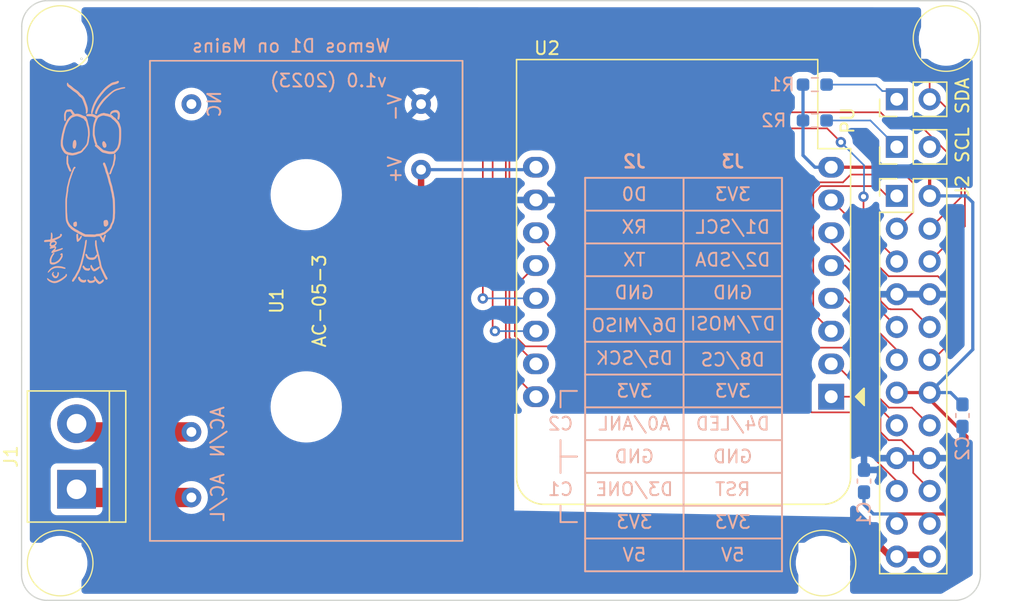
<source format=kicad_pcb>
(kicad_pcb (version 20211014) (generator pcbnew)
  (title_block (company "chof.org"))
  (layers (0 "F.Cu" signal) (31 "B.Cu" signal) (34 "B.Paste" user) (35 "F.Paste" user) (36 "B.SilkS" user "B.Silkscreen") (37 "F.SilkS" user "F.Silkscreen") (38 "B.Mask" user) (39 "F.Mask" user) (44 "Edge.Cuts" user))
  (net 0 "")
  (net 1 "Net-(J1-Pad1)")
  (net 2 "Net-(J1-Pad2)")
  (net 3 "GND")
  (net 4 "+5V")
  (net 6 "+3V3")
  (net 7 "D0_GPIO")
  (net 8 "D3_ONE")
  (net 9 "D5_SCK")
  (net 10 "D6_MISO")
  (net 11 "RST")
  (net 12 "D4_LED")
  (net 13 "D7_MOSI")
  (net 14 "D8_CS")
  (net 15 "D1_SCL")
  (net 16 "D2_SDA")
  (net 17 "RX")
  (net 18 "TX")
  (net 19 "Net-(J8-Pad1)")
  (net 20 "Net-(J9-Pad1)")
  (net 21 "A0_ANL")
  (footprint "MountingHole:MountingHole_3.2mm_M3-smallBorder" (layer "F.Cu") (at 138.43 74.93)
    (fp_text reference "H2" hide)
    (fp_text value "MountingHole" hide)
    (pad "" np_thru_hole circle (at 0 0) (size 3.2 3.2) (drill 3.2) (layers *.Cu *.Mask))
  )
  (footprint "Connector_PinHeader_2.54mm:PinHeader_1x02_P2.54mm_Vertical" (layer "F.Cu") (at 134.62 79.635 90)
    (fp_text reference "J8")
    (fp_text value "SDA PU" hide)
    (pad "1" thru_hole rect (at 0 0 90) (size 1.7 1.7) (drill 1) (layers *.Cu *.Mask) (net 19 "Net-(J8-Pad1)"))
    (pad "2" thru_hole oval (at 0 2.54 90) (size 1.7 1.7) (drill 1) (layers *.Cu *.Mask) (net 16 "D2_SDA"))
  )
  (footprint "Module:WEMOS_D1_mini_light" (layer "F.Cu") (at 129.54 102.68 180)
    (fp_text reference "U2" (at 22 27) (layer "F.SilkS"))
    (fp_text value "WeMos_D1_mini")
    (pad "1" thru_hole rect locked (at 0 0 180) (size 2 2) (drill 1) (layers *.Cu *.Mask) (net 11 "RST"))
    (pad "2" thru_hole oval locked (at 0 2.54 180) (size 2 1.6) (drill 1) (layers *.Cu *.Mask) (net 21 "A0_ANL"))
    (pad "3" thru_hole oval locked (at 0 5.08 180) (size 2 1.6) (drill 1) (layers *.Cu *.Mask) (net 7 "D0_GPIO"))
    (pad "4" thru_hole oval locked (at 0 7.62 180) (size 2 1.6) (drill 1) (layers *.Cu *.Mask) (net 9 "D5_SCK"))
    (pad "5" thru_hole oval locked (at 0 10.16 180) (size 2 1.6) (drill 1) (layers *.Cu *.Mask) (net 10 "D6_MISO"))
    (pad "6" thru_hole oval locked (at 0 12.7 180) (size 2 1.6) (drill 1) (layers *.Cu *.Mask) (net 13 "D7_MOSI"))
    (pad "7" thru_hole oval locked (at 0 15.24 180) (size 2 1.6) (drill 1) (layers *.Cu *.Mask) (net 14 "D8_CS"))
    (pad "8" thru_hole oval locked (at 0 17.78 180) (size 2 1.6) (drill 1) (layers *.Cu *.Mask) (net 6 "+3V3"))
    (pad "9" thru_hole oval locked (at 22.86 17.78 180) (size 2 1.6) (drill 1) (layers *.Cu *.Mask) (net 4 "+5V"))
    (pad "10" thru_hole oval locked (at 22.86 15.24 180) (size 2 1.6) (drill 1) (layers *.Cu *.Mask) (net 3 "GND"))
    (pad "11" thru_hole oval locked (at 22.86 12.7 180) (size 2 1.6) (drill 1) (layers *.Cu *.Mask) (net 12 "D4_LED"))
    (pad "12" thru_hole oval locked (at 22.86 10.16 180) (size 2 1.6) (drill 1) (layers *.Cu *.Mask) (net 8 "D3_ONE"))
    (pad "13" thru_hole oval locked (at 22.86 7.62 180) (size 2 1.6) (drill 1) (layers *.Cu *.Mask) (net 16 "D2_SDA"))
    (pad "14" thru_hole oval locked (at 22.86 5.08 180) (size 2 1.6) (drill 1) (layers *.Cu *.Mask) (net 15 "D1_SCL"))
    (pad "15" thru_hole oval locked (at 22.86 2.54 180) (size 2 1.6) (drill 1) (layers *.Cu *.Mask) (net 17 "RX"))
    (pad "16" thru_hole oval locked (at 22.86 0 180) (size 2 1.6) (drill 1) (layers *.Cu *.Mask) (net 18 "TX"))
  )
  (footprint "MountingHole:MountingHole_3.2mm_M3-smallBorder" (layer "F.Cu") (at 69.85 115.57)
    (fp_text reference "H4" hide)
    (fp_text value "MountingHole" hide)
    (pad "" np_thru_hole circle (at 0 0) (size 3.2 3.2) (drill 3.2) (layers *.Cu *.Mask))
  )
  (footprint "Connector_PinHeader_2.54mm:PinHeader_2x12_P2.54mm_Vertical" (layer "F.Cu") (at 134.62 87.122)
    (fp_text reference "J2" (at 5.08 -0.762 90) (layer "F.SilkS"))
    (fp_text value "Conn_02x12_Odd_Even")
    (pad "1" thru_hole rect (at 0 0) (size 1.7 1.7) (drill 1) (layers *.Cu *.Mask) (net 7 "D0_GPIO"))
    (pad "2" thru_hole oval (at 2.54 0) (size 1.7 1.7) (drill 1) (layers *.Cu *.Mask) (net 6 "+3V3"))
    (pad "3" thru_hole oval (at 0 2.54) (size 1.7 1.7) (drill 1) (layers *.Cu *.Mask) (net 17 "RX"))
    (pad "4" thru_hole oval (at 2.54 2.54) (size 1.7 1.7) (drill 1) (layers *.Cu *.Mask) (net 15 "D1_SCL"))
    (pad "5" thru_hole oval (at 0 5.08) (size 1.7 1.7) (drill 1) (layers *.Cu *.Mask) (net 18 "TX"))
    (pad "6" thru_hole oval (at 2.54 5.08) (size 1.7 1.7) (drill 1) (layers *.Cu *.Mask) (net 16 "D2_SDA"))
    (pad "7" thru_hole oval (at 0 7.62) (size 1.7 1.7) (drill 1) (layers *.Cu *.Mask) (net 3 "GND"))
    (pad "8" thru_hole oval (at 2.54 7.62) (size 1.7 1.7) (drill 1) (layers *.Cu *.Mask) (net 3 "GND"))
    (pad "9" thru_hole oval (at 0 10.16) (size 1.7 1.7) (drill 1) (layers *.Cu *.Mask) (net 10 "D6_MISO"))
    (pad "10" thru_hole oval (at 2.54 10.16) (size 1.7 1.7) (drill 1) (layers *.Cu *.Mask) (net 13 "D7_MOSI"))
    (pad "11" thru_hole oval (at 0 12.7) (size 1.7 1.7) (drill 1) (layers *.Cu *.Mask) (net 9 "D5_SCK"))
    (pad "12" thru_hole oval (at 2.54 12.7) (size 1.7 1.7) (drill 1) (layers *.Cu *.Mask) (net 14 "D8_CS"))
    (pad "13" thru_hole oval (at 0 15.24) (size 1.7 1.7) (drill 1) (layers *.Cu *.Mask) (net 6 "+3V3"))
    (pad "14" thru_hole oval (at 2.54 15.24) (size 1.7 1.7) (drill 1) (layers *.Cu *.Mask) (net 6 "+3V3"))
    (pad "15" thru_hole oval (at 0 17.78) (size 1.7 1.7) (drill 1) (layers *.Cu *.Mask) (net 21 "A0_ANL"))
    (pad "16" thru_hole oval (at 2.54 17.78) (size 1.7 1.7) (drill 1) (layers *.Cu *.Mask) (net 12 "D4_LED"))
    (pad "17" thru_hole oval (at 0 20.32) (size 1.7 1.7) (drill 1) (layers *.Cu *.Mask) (net 3 "GND"))
    (pad "18" thru_hole oval (at 2.54 20.32) (size 1.7 1.7) (drill 1) (layers *.Cu *.Mask) (net 3 "GND"))
    (pad "19" thru_hole oval (at 0 22.86) (size 1.7 1.7) (drill 1) (layers *.Cu *.Mask) (net 8 "D3_ONE"))
    (pad "20" thru_hole oval (at 2.54 22.86) (size 1.7 1.7) (drill 1) (layers *.Cu *.Mask) (net 11 "RST"))
    (pad "21" thru_hole oval (at 0 25.4) (size 1.7 1.7) (drill 1) (layers *.Cu *.Mask) (net 6 "+3V3"))
    (pad "22" thru_hole oval (at 2.54 25.4) (size 1.7 1.7) (drill 1) (layers *.Cu *.Mask) (net 6 "+3V3"))
    (pad "23" thru_hole oval (at 0 27.94) (size 1.7 1.7) (drill 1) (layers *.Cu *.Mask) (net 4 "+5V"))
    (pad "24" thru_hole oval (at 2.54 27.94) (size 1.7 1.7) (drill 1) (layers *.Cu *.Mask) (net 4 "+5V"))
  )
  (footprint "MountingHole:MountingHole_3.2mm_M3-smallBorder" (layer "F.Cu") (at 69.85 74.93)
    (fp_text reference "H1" hide)
    (fp_text value "MountingHole" hide)
    (pad "" np_thru_hole circle (at 0 0) (size 3.2 3.2) (drill 3.2) (layers *.Cu *.Mask))
  )
  (footprint "Converter_ACDC:AZDelivery AC-05-3" (layer "F.Cu") (at 88.9 95.25 90)
    (fp_text reference "U1" (at 0 -2.286 90 unlocked) (layer "F.SilkS"))
    (fp_text value "AC-05-3")
    (fp_text user "V-" (at 14.986 6.858 90 unlocked) (layer "B.SilkS") (effects (justify mirror)))
    (fp_text user "AC/N" (at -10.16 -6.858 90 unlocked) (layer "B.SilkS") (effects (justify mirror)))
    (fp_text user "AC/L" (at -15.24 -6.858 90 unlocked) (layer "B.SilkS") (effects (justify mirror)))
    (fp_text user "V+" (at 10.16 6.858 90 unlocked) (layer "B.SilkS") (effects (justify mirror)))
    (fp_text user "NC" (at 15.24 -7.112 90 unlocked) (layer "B.SilkS") (effects (justify mirror)))
    (fp_text user "AC-05-3" (at 0 1.016 90 unlocked) (layer "F.SilkS"))
    (pad "" np_thru_hole circle (at -8.22 0 90) (size 4.5 4.5) (drill 4.5) (layers F&B.Cu *.Mask))
    (pad "" np_thru_hole circle (at 8.22 0 90) (size 4.5 4.5) (drill 4.5) (layers F&B.Cu *.Mask))
    (pad "1" thru_hole circle (at -15.24 -8.89 90) (size 1.524 1.524) (drill 0.762) (layers *.Cu *.Mask) (net 1 "Net-(J1-Pad1)"))
    (pad "2" thru_hole circle (at -10.16 -8.89 90) (size 1.524 1.524) (drill 0.762) (layers *.Cu *.Mask) (net 2 "Net-(J1-Pad2)"))
    (pad "3" thru_hole circle (at 15.24 8.89 90) (size 1.524 1.524) (drill 0.762) (layers *.Cu *.Mask) (net 3 "GND"))
    (pad "4" thru_hole circle (at 10.16 8.89 90) (size 1.524 1.524) (drill 0.762) (layers *.Cu *.Mask) (net 4 "+5V"))
    (pad "5" thru_hole circle (at 15.24 -8.89 90) (size 1.524 1.524) (drill 0.762) (layers *.Cu *.Mask))
  )
  (footprint "TerminalBlock:TerminalBlock_bornier-2_P5.08mm" (layer "F.Cu") (at 71.12 109.855 90)
    (fp_text reference "J1" (at 2.54 -5.08 90) (layer "F.SilkS"))
    (fp_text value "Screw_Terminal_01x02")
    (pad "1" thru_hole rect (at 0 0 90) (size 3 3) (drill 1.52) (layers *.Cu *.Mask) (net 1 "Net-(J1-Pad1)"))
    (pad "2" thru_hole circle (at 5.08 0 90) (size 3 3) (drill 1.52) (layers *.Cu *.Mask) (net 2 "Net-(J1-Pad2)"))
  )
  (footprint "MountingHole:MountingHole_3.2mm_M3-smallBorder" (layer "F.Cu") (at 128.905 115.57)
    (fp_text reference "H3" hide)
    (fp_text value "MountingHole" hide)
    (pad "" np_thru_hole circle (at 0 0) (size 3.2 3.2) (drill 3.2) (layers *.Cu *.Mask))
  )
  (footprint "Connector_PinHeader_2.54mm:PinHeader_1x02_P2.54mm_Vertical" (layer "F.Cu") (at 134.62 83.325 90)
    (fp_text reference "J9")
    (fp_text value "SDA PU" hide)
    (pad "1" thru_hole rect (at 0 0 90) (size 1.7 1.7) (drill 1) (layers *.Cu *.Mask) (net 20 "Net-(J9-Pad1)"))
    (pad "2" thru_hole oval (at 0 2.54 90) (size 1.7 1.7) (drill 1) (layers *.Cu *.Mask) (net 15 "D1_SCL"))
  )
  (footprint "Capacitor_SMD:C_0603_1608Metric_Pad1.08x0.95mm_HandSolder" (layer "B.Cu") (at 139.7 104.14 -90)
    (fp_text reference "C2" (at 2.54 0 90) (layer "B.SilkS") (effects (justify mirror)))
    (fp_text value "1u")
    (pad "1" smd roundrect (at -0.8625 0 270) (size 1.075 0.95) (layers "B.Cu" "B.Paste" "B.Mask") (net 6 "+3V3"))
    (pad "2" smd roundrect (at 0.8625 0 270) (size 1.075 0.95) (layers "B.Cu" "B.Paste" "B.Mask") (net 3 "GND"))
  )
  (footprint "Resistor_SMD:R_0603_1608Metric_Pad0.98x0.95mm_HandSolder" (layer "B.Cu") (at 128.27 78.5)
    (fp_text reference "R1" (at -2.54 0) (layer "B.SilkS") (effects (justify mirror)))
    (fp_text value "4k7")
    (pad "1" smd roundrect (at -0.9125 0) (size 0.975 0.95) (layers "B.Cu" "B.Paste" "B.Mask") (net 6 "+3V3"))
    (pad "2" smd roundrect (at 0.9125 0) (size 0.975 0.95) (layers "B.Cu" "B.Paste" "B.Mask") (net 19 "Net-(J8-Pad1)"))
  )
  (footprint "Capacitor_SMD:C_0603_1608Metric_Pad1.08x0.95mm_HandSolder" (layer "B.Cu") (at 132.08 109.22 90)
    (fp_text reference "C1" (at -2.54 0 90) (layer "B.SilkS") (effects (justify mirror)))
    (fp_text value "1u")
    (pad "1" smd roundrect (at -0.8625 0 90) (size 1.075 0.95) (layers "B.Cu" "B.Paste" "B.Mask") (net 6 "+3V3"))
    (pad "2" smd roundrect (at 0.8625 0 90) (size 1.075 0.95) (layers "B.Cu" "B.Paste" "B.Mask") (net 3 "GND"))
  )
  (footprint "Resistor_SMD:R_0603_1608Metric_Pad0.98x0.95mm_HandSolder" (layer "B.Cu") (at 128.27 81.28)
    (fp_text reference "R2" (at -3.175 0) (layer "B.SilkS") (effects (justify mirror)))
    (fp_text value "4k7")
    (pad "1" smd roundrect (at -0.9125 0) (size 0.975 0.95) (layers "B.Cu" "B.Paste" "B.Mask") (net 6 "+3V3"))
    (pad "2" smd roundrect (at 0.9125 0) (size 0.975 0.95) (layers "B.Cu" "B.Paste" "B.Mask") (net 20 "Net-(J9-Pad1)"))
  )
  (footprint "LOGO" (layer "B.Cu") (at 72 86.5 180)
    (fp_text reference "G***" hide)
    (fp_text value "LOGO" hide)
  )
  (gr_line (start 125.73 106.045) (end 125.73 108.585) (layer "B.SilkS") (width 0.15))
  (gr_line (start 108.585 107.315) (end 108.585 108.585) (layer "B.SilkS") (width 0.15))
  (gr_line (start 109.855 107.315) (end 108.585 107.315) (layer "B.SilkS") (width 0.15))
  (gr_line (start 125.73 95.885) (end 125.73 98.425) (layer "B.SilkS") (width 0.15))
  (gr_line (start 125.73 90.805) (end 125.73 93.345) (layer "B.SilkS") (width 0.15))
  (gr_line (start 109.855 102.235) (end 108.585 102.235) (layer "B.SilkS") (width 0.15))
  (gr_line (start 125.73 116.205) (end 110.49 116.205) (layer "B.SilkS") (width 0.15))
  (gr_line (start 110.49 85.725) (end 125.73 85.725) (layer "B.SilkS") (width 0.15))
  (gr_line (start 125.73 111.125) (end 125.73 113.665) (layer "B.SilkS") (width 0.15))
  (gr_line (start 125.73 85.725) (end 125.73 116.205) (layer "B.SilkS") (width 0.15))
  (gr_line (start 110.49 106.045) (end 125.73 106.045) (layer "B.SilkS") (width 0.15))
  (gr_line (start 125.73 103.505) (end 110.49 103.505) (layer "B.SilkS") (width 0.15))
  (gr_line (start 110.49 95.885) (end 125.73 95.885) (layer "B.SilkS") (width 0.15))
  (gr_line (start 125.73 113.665) (end 110.49 113.665) (layer "B.SilkS") (width 0.15))
  (gr_line (start 125.73 93.345) (end 110.49 93.345) (layer "B.SilkS") (width 0.15))
  (gr_line (start 118.11 116.205) (end 118.11 85.725) (layer "B.SilkS") (width 0.15))
  (gr_line (start 108.585 107.315) (end 109.855 107.315) (layer "B.SilkS") (width 0.15))
  (gr_line (start 108.585 106.045) (end 108.585 107.315) (layer "B.SilkS") (width 0.15))
  (gr_line (start 110.49 116.205) (end 110.49 85.725) (layer "B.SilkS") (width 0.15))
  (gr_line (start 110.49 90.805) (end 125.73 90.805) (layer "B.SilkS") (width 0.15))
  (gr_line (start 108.585 102.235) (end 108.585 103.505) (layer "B.SilkS") (width 0.15))
  (gr_line (start 110.49 100.965) (end 125.73 100.965) (layer "B.SilkS") (width 0.15))
  (gr_line (start 108.585 112.395) (end 109.855 112.395) (layer "B.SilkS") (width 0.15))
  (gr_line (start 108.585 111.125) (end 108.585 112.395) (layer "B.SilkS") (width 0.15))
  (gr_line (start 125.73 98.425) (end 110.49 98.425) (layer "B.SilkS") (width 0.15))
  (gr_line (start 125.73 88.265) (end 110.49 88.265) (layer "B.SilkS") (width 0.15))
  (gr_line (start 125.73 108.585) (end 110.49 108.585) (layer "B.SilkS") (width 0.15))
  (gr_line (start 110.49 111.125) (end 125.73 111.125) (layer "B.SilkS") (width 0.15))
  (gr_line (start 68.82 71.994214) (end 139.09 72) (layer "Edge.Cuts") (width 0.1))
  (gr_arc (start 141.09 116.46) (mid 140.504214 117.874214) (end 139.09 118.46) (layer "Edge.Cuts") (width 0.1))
  (gr_line (start 141.09 74) (end 141.09 116.46) (layer "Edge.Cuts") (width 0.1))
  (gr_arc (start 139.09 72) (mid 140.504214 72.585786) (end 141.09 74) (layer "Edge.Cuts") (width 0.1))
  (gr_circle (center 71.5 76.5) (end 71.5 76.5) (layer "Edge.Cuts") (width 0.1) (fill none))
  (gr_arc (start 68.86 118.46) (mid 67.445786 117.874214) (end 66.86 116.46) (layer "Edge.Cuts") (width 0.1))
  (gr_arc (start 66.874214 73.994214) (mid 67.440919 72.599036) (end 68.82 71.994214) (layer "Edge.Cuts") (width 0.1))
  (gr_line (start 66.874214 73.994214) (end 66.86 116.46) (layer "Edge.Cuts") (width 0.1))
  (gr_line (start 139.09 118.46) (end 68.86 118.46) (layer "Edge.Cuts") (width 0.1))
  (gr_text "D2/SDA" (at 121.92 92.075) (layer "B.SilkS") (effects (font (size 1 1)) (justify mirror)))
  (gr_text "3V3" (at 121.92 86.995) (layer "B.SilkS") (effects (font (size 1 1)) (justify mirror)))
  (gr_text "5V" (at 114.3 114.935) (layer "B.SilkS") (effects (font (size 1 1)) (justify mirror)))
  (gr_text "D7/MOSI" (at 121.92 97.028) (layer "B.SilkS") (effects (font (size 1 1)) (justify mirror)))
  (gr_text "GND" (at 114.3 107.315) (layer "B.SilkS") (effects (font (size 1 1)) (justify mirror)))
  (gr_text "GND" (at 121.92 94.615) (layer "B.SilkS") (effects (font (size 1 1)) (justify mirror)))
  (gr_text "v1.0 (2023)" (at 90.62 78.19) (layer "B.SilkS") (effects (font (size 1 1)) (justify mirror)))
  (gr_text "D3/ONE" (at 114.3 109.855) (layer "B.SilkS") (effects (font (size 1 1)) (justify mirror)))
  (gr_text "C2" (at 108.585 104.775) (layer "B.SilkS") (effects (font (size 1 1)) (justify mirror)))
  (gr_text "D5/SCK" (at 114.3 99.695) (layer "B.SilkS") (effects (font (size 1 1)) (justify mirror)))
  (gr_text "Wemos D1 on Mains \n" (at 95.5 75.5) (layer "B.SilkS") (effects (font (size 1 1)) (justify left mirror)))
  (gr_text "3V3" (at 114.3 102.235) (layer "B.SilkS") (effects (font (size 1 1)) (justify mirror)))
  (gr_text "GND" (at 121.92 107.315) (layer "B.SilkS") (effects (font (size 1 1)) (justify mirror)))
  (gr_text "5V" (at 121.92 114.935) (layer "B.SilkS") (effects (font (size 1 1)) (justify mirror)))
  (gr_text "GND" (at 114.3 94.615) (layer "B.SilkS") (effects (font (size 1 1)) (justify mirror)))
  (gr_text "D0" (at 114.3 86.995) (layer "B.SilkS") (effects (font (size 1 1)) (justify mirror)))
  (gr_text "D8/CS" (at 121.92 99.822) (layer "B.SilkS") (effects (font (size 1 1)) (justify mirror)))
  (gr_text "A0/ANL" (at 114.3 104.775) (layer "B.SilkS") (effects (font (size 1 1)) (justify mirror)))
  (gr_text "C1" (at 108.585 109.855) (layer "B.SilkS") (effects (font (size 1 1)) (justify mirror)))
  (gr_text "RX" (at 114.3 89.535) (layer "B.SilkS") (effects (font (size 1 1)) (justify mirror)))
  (gr_text "3V3" (at 121.92 112.395) (layer "B.SilkS") (effects (font (size 1 1)) (justify mirror)))
  (gr_text "D1/SCL" (at 121.92 89.535) (layer "B.SilkS") (effects (font (size 1 1)) (justify mirror)))
  (gr_text "D4/LED" (at 121.92 104.775) (layer "B.SilkS") (effects (font (size 1 1)) (justify mirror)))
  (gr_text "3V3" (at 114.3 112.395) (layer "B.SilkS") (effects (font (size 1 1)) (justify mirror)))
  (gr_text "J3" (at 121.92 84.455) (layer "B.SilkS") (effects (font (size 1 1) (thickness 0.2)) (justify mirror)))
  (gr_text "D6/MISO" (at 114.3 97.155) (layer "B.SilkS") (effects (font (size 1 1)) (justify mirror)))
  (gr_text "J2" (at 114.3 84.455) (layer "B.SilkS") (effects (font (size 1 1) (thickness 0.2)) (justify mirror)))
  (gr_text "3V3" (at 121.92 102.235) (layer "B.SilkS") (effects (font (size 1 1)) (justify mirror)))
  (gr_text "RST" (at 121.92 109.855) (layer "B.SilkS") (effects (font (size 1 1)) (justify mirror)))
  (gr_text "TX" (at 114.3 92.075) (layer "B.SilkS") (effects (font (size 1 1)) (justify mirror)))
  (gr_text "PU" (at 130.81 81.28 90) (layer "F.SilkS") (effects (font (size 1 1))))
  (gr_text "SDA" (at 139.7 79.375 90) (layer "F.SilkS") (effects (font (size 1 1))))
  (gr_text "SCL" (at 139.7 83.185 90) (layer "F.SilkS") (effects (font (size 1 1))))
  (segment (start 80.01 110.49) (end 71.755 110.49) (width 1.5) (layer "F.Cu") (net 1))
  (segment (start 71.755 110.49) (end 71.12 109.855) (width 0.13) (layer "F.Cu") (net 1))
  (segment (start 71.755 105.41) (end 71.12 104.775) (width 0.13) (layer "F.Cu") (net 2))
  (segment (start 80.01 105.41) (end 71.755 105.41) (width 1.5) (layer "F.Cu") (net 2))
  (segment (start 100.85 113) (end 97.79 109.94) (width 0.5) (layer "F.Cu") (net 4))
  (segment (start 137.16 115.062) (end 137.033 114.935) (width 0.5) (layer "F.Cu") (net 4))
  (segment (start 133.9825 114.935) (end 132.0475 113) (width 0.5) (layer "F.Cu") (net 4))
  (segment (start 97.79 109.94) (end 97.79 85.09) (width 0.5) (layer "F.Cu") (net 4))
  (segment (start 132.0475 113) (end 100.85 113) (width 0.5) (layer "F.Cu") (net 4))
  (segment (start 137.033 114.935) (end 133.9825 114.935) (width 0.5) (layer "F.Cu") (net 4))
  (segment (start 97.79 85.09) (end 106.49 85.09) (width 0.25) (layer "B.Cu") (net 4))
  (segment (start 106.49 85.09) (end 106.68 84.9) (width 0.25) (layer "B.Cu") (net 4))
  (segment (start 137.16 85.344) (end 136.716 84.9) (width 0.25) (layer "F.Cu") (net 6))
  (segment (start 137.795 86.995) (end 137.16 86.36) (width 0.25) (layer "F.Cu") (net 6))
  (segment (start 136.638575 102.362) (end 140.05 105.773425) (width 0.25) (layer "F.Cu") (net 6))
  (segment (start 138.425 111.765) (end 134.62 111.765) (width 0.25) (layer "F.Cu") (net 6))
  (segment (start 137.16 86.36) (end 137.16 85.344) (width 0.25) (layer "F.Cu") (net 6))
  (segment (start 136.716 84.9) (end 129.54 84.9) (width 0.25) (layer "F.Cu") (net 6))
  (segment (start 134.62 102.362) (end 136.638575 102.362) (width 0.25) (layer "F.Cu") (net 6))
  (segment (start 140.05 110.14) (end 138.425 111.765) (width 0.25) (layer "F.Cu") (net 6))
  (segment (start 140.05 105.773425) (end 140.05 110.14) (width 0.25) (layer "F.Cu") (net 6))
  (segment (start 140.5 99.022) (end 140.5 87.63) (width 0.25) (layer "B.Cu") (net 6))
  (segment (start 127.3575 83.9775) (end 127.3575 81.28) (width 0.25) (layer "B.Cu") (net 6))
  (segment (start 138.7845 102.362) (end 137.16 102.362) (width 0.25) (layer "B.Cu") (net 6))
  (segment (start 139.992 87.122) (end 137.16 87.122) (width 0.25) (layer "B.Cu") (net 6))
  (segment (start 127.3575 81.28) (end 127.3575 78.5) (width 0.25) (layer "B.Cu") (net 6))
  (segment (start 128.28 84.9) (end 127.3575 83.9775) (width 0.25) (layer "B.Cu") (net 6))
  (segment (start 132.805 111.765) (end 134.62 111.765) (width 0.25) (layer "B.Cu") (net 6))
  (segment (start 132.08 110.0825) (end 132.08 111.04) (width 0.25) (layer "B.Cu") (net 6))
  (segment (start 140.5 87.63) (end 139.992 87.122) (width 0.25) (layer "B.Cu") (net 6))
  (segment (start 139.7 103.2775) (end 138.7845 102.362) (width 0.25) (layer "B.Cu") (net 6))
  (segment (start 132.08 111.04) (end 132.805 111.765) (width 0.25) (layer "B.Cu") (net 6))
  (segment (start 137.16 102.362) (end 140.5 99.022) (width 0.25) (layer "B.Cu") (net 6))
  (segment (start 129.54 84.9) (end 128.28 84.9) (width 0.25) (layer "B.Cu") (net 6))
  (segment (start 133.858 87.122) (end 133.096 86.36) (width 0.13) (layer "F.Cu") (net 7))
  (segment (start 133.091 86.365) (end 128.735 86.365) (width 0.13) (layer "F.Cu") (net 7))
  (segment (start 134.62 87.122) (end 133.858 87.122) (width 0.13) (layer "F.Cu") (net 7))
  (segment (start 133.096 86.36) (end 133.091 86.365) (width 0.13) (layer "F.Cu") (net 7))
  (segment (start 128.15 86.95) (end 128.15 96.21) (width 0.13) (layer "F.Cu") (net 7))
  (segment (start 128.15 96.21) (end 129.54 97.6) (width 0.13) (layer "F.Cu") (net 7))
  (segment (start 128.735 86.365) (end 128.15 86.95) (width 0.13) (layer "F.Cu") (net 7))
  (segment (start 128.034511 103.894511) (end 132.604511 103.894511) (width 0.13) (layer "F.Cu") (net 8))
  (segment (start 132.97 107.575) (end 134.62 109.225) (width 0.13) (layer "F.Cu") (net 8))
  (segment (start 125.605489 101.465489) (end 128.034511 103.894511) (width 0.13) (layer "F.Cu") (net 8))
  (segment (start 132.604511 103.894511) (end 132.97 104.26) (width 0.13) (layer "F.Cu") (net 8))
  (segment (start 105.05 97.98) (end 105.85 98.78) (width 0.13) (layer "F.Cu") (net 8))
  (segment (start 110.554511 101.465489) (end 125.605489 101.465489) (width 0.13) (layer "F.Cu") (net 8))
  (segment (start 132.97 104.26) (end 132.97 107.575) (width 0.13) (layer "F.Cu") (net 8))
  (segment (start 107.869022 98.78) (end 110.554511 101.465489) (width 0.13) (layer "F.Cu") (net 8))
  (segment (start 105.05 94.15) (end 105.05 97.98) (width 0.13) (layer "F.Cu") (net 8))
  (segment (start 106.68 92.52) (end 105.05 94.15) (width 0.13) (layer "F.Cu") (net 8))
  (segment (start 105.85 98.78) (end 107.869022 98.78) (width 0.13) (layer "F.Cu") (net 8))
  (segment (start 130.615 95.06) (end 129.54 95.06) (width 0.13) (layer "F.Cu") (net 9))
  (segment (start 134.62 99.065) (end 130.615 95.06) (width 0.13) (layer "F.Cu") (net 9))
  (segment (start 129.54 92.52) (end 130.615 92.52) (width 0.13) (layer "F.Cu") (net 10))
  (segment (start 132.08 93.985) (end 132.08 94.742) (width 0.13) (layer "F.Cu") (net 10))
  (segment (start 132.08 94.742) (end 134.62 97.282) (width 0.13) (layer "F.Cu") (net 10))
  (segment (start 130.615 92.52) (end 132.08 93.985) (width 0.13) (layer "F.Cu") (net 10))
  (segment (start 133.35 105.41) (end 133.35 104.14) (width 0.13) (layer "F.Cu") (net 11))
  (segment (start 133.35 104.14) (end 131.89 102.68) (width 0.13) (layer "F.Cu") (net 11))
  (segment (start 131.89 102.68) (end 129.54 102.68) (width 0.13) (layer "F.Cu") (net 11))
  (segment (start 134.991868 106.045) (end 133.985 106.045) (width 0.13) (layer "F.Cu") (net 11))
  (segment (start 133.985 106.045) (end 133.35 105.41) (width 0.13) (layer "F.Cu") (net 11))
  (segment (start 137.16 109.855) (end 135.89 108.585) (width 0.13) (layer "F.Cu") (net 11))
  (segment (start 135.89 108.585) (end 135.89 106.943132) (width 0.13) (layer "F.Cu") (net 11))
  (segment (start 135.89 106.943132) (end 134.991868 106.045) (width 0.13) (layer "F.Cu") (net 11))
  (segment (start 134.006511 103.526511) (end 132.08 101.6) (width 0.13) (layer "F.Cu") (net 12))
  (segment (start 132.08 99.695) (end 131.265 98.88) (width 0.13) (layer "F.Cu") (net 12))
  (segment (start 108.42 91.72) (end 106.68 89.98) (width 0.13) (layer "F.Cu") (net 12))
  (segment (start 108.52 97.83) (end 108.52 91.79) (width 0.13) (layer "F.Cu") (net 12))
  (segment (start 132.08 101.6) (end 132.08 99.695) (width 0.13) (layer "F.Cu") (net 12))
  (segment (start 109.57 98.88) (end 108.52 97.83) (width 0.13) (layer "F.Cu") (net 12))
  (segment (start 108.45 91.72) (end 108.42 91.72) (width 0.13) (layer "F.Cu") (net 12))
  (segment (start 131.265 98.88) (end 109.57 98.88) (width 0.13) (layer "F.Cu") (net 12))
  (segment (start 108.52 91.79) (end 108.45 91.72) (width 0.13) (layer "F.Cu") (net 12))
  (segment (start 135.784511 103.526511) (end 134.006511 103.526511) (width 0.13) (layer "F.Cu") (net 12))
  (segment (start 137.16 104.902) (end 135.784511 103.526511) (width 0.13) (layer "F.Cu") (net 12))
  (segment (start 129.54 89.98) (end 129.54 90.805) (width 0.13) (layer "F.Cu") (net 13))
  (segment (start 135.784511 95.906511) (end 137.16 97.282) (width 0.13) (layer "F.Cu") (net 13))
  (segment (start 133.35 95.25) (end 133.985 95.885) (width 0.13) (layer "F.Cu") (net 13))
  (segment (start 134.137643 95.906511) (end 135.784511 95.906511) (width 0.13) (layer "F.Cu") (net 13))
  (segment (start 133.35 94.615) (end 133.35 95.25) (width 0.13) (layer "F.Cu") (net 13))
  (segment (start 133.985 95.885) (end 134.116132 95.885) (width 0.13) (layer "F.Cu") (net 13))
  (segment (start 134.116132 95.885) (end 134.137643 95.906511) (width 0.13) (layer "F.Cu") (net 13))
  (segment (start 129.54 90.805) (end 133.35 94.615) (width 0.13) (layer "F.Cu") (net 13))
  (segment (start 129.54 87.44) (end 131.54 89.44) (width 0.13) (layer "F.Cu") (net 14))
  (segment (start 131.54 90.9) (end 133.985 93.345) (width 0.13) (layer "F.Cu") (net 14))
  (segment (start 138.684 98.552) (end 137.414 99.822) (width 0.13) (layer "F.Cu") (net 14))
  (segment (start 131.54 89.44) (end 131.54 90.9) (width 0.13) (layer "F.Cu") (net 14))
  (segment (start 133.985 93.345) (end 137.795 93.345) (width 0.13) (layer "F.Cu") (net 14))
  (segment (start 138.684 94.234) (end 138.684 98.552) (width 0.13) (layer "F.Cu") (net 14))
  (segment (start 137.414 99.822) (end 137.16 99.822) (width 0.13) (layer "F.Cu") (net 14))
  (segment (start 137.795 93.345) (end 138.684 94.234) (width 0.13) (layer "F.Cu") (net 14))
  (segment (start 133.905 81.2) (end 135.97 81.2) (width 0.13) (layer "F.Cu") (net 15))
  (segment (start 103.51 97.6) (end 103.33 97.42) (width 0.13) (layer "F.Cu") (net 15))
  (segment (start 139.61 87.212) (end 137.16 89.662) (width 0.13) (layer "F.Cu") (net 15))
  (segment (start 135.97 81.2) (end 139.61 84.84) (width 0.13) (layer "F.Cu") (net 15))
  (segment (start 104.225 80.645) (end 133.35 80.645) (width 0.13) (layer "F.Cu") (net 15))
  (segment (start 133.35 80.645) (end 133.905 81.2) (width 0.13) (layer "F.Cu") (net 15))
  (segment (start 139.61 84.84) (end 139.61 87.212) (width 0.13) (layer "F.Cu") (net 15))
  (segment (start 103.33 81.54) (end 104.225 80.645) (width 0.13) (layer "F.Cu") (net 15))
  (segment (start 103.33 97.42) (end 103.33 81.54) (width 0.13) (layer "F.Cu") (net 15))
  (via (at 103.51 97.6) (size 0.8) (drill 0.4) (layers "F.Cu" "B.Cu") (net 15))
  (segment (start 106.68 97.6) (end 103.51 97.6) (width 0.13) (layer "B.Cu") (net 15))
  (segment (start 137.16 77.66) (end 137.16 79) (width 0.13) (layer "F.Cu") (net 16))
  (segment (start 105.644511 76.405489) (end 135.905489 76.405489) (width 0.13) (layer "F.Cu") (net 16))
  (segment (start 137.16 79) (end 139.88952 81.72952) (width 0.13) (layer "F.Cu") (net 16))
  (segment (start 139.88952 81.72952) (end 139.88952 89.47248) (width 0.13) (layer "F.Cu") (net 16))
  (segment (start 135.905489 76.405489) (end 137.16 77.66) (width 0.13) (layer "F.Cu") (net 16))
  (segment (start 139.88952 89.47248) (end 137.16 92.202) (width 0.13) (layer "F.Cu") (net 16))
  (segment (start 102.57 79.48) (end 105.644511 76.405489) (width 0.13) (layer "F.Cu") (net 16))
  (segment (start 102.57 95.07) (end 102.57 79.48) (width 0.13) (layer "F.Cu") (net 16))
  (via (at 102.57 95.07) (size 0.8) (drill 0.4) (layers "F.Cu" "B.Cu") (net 16))
  (segment (start 102.58 95.06) (end 102.57 95.07) (width 0.13) (layer "B.Cu") (net 16))
  (segment (start 106.68 95.06) (end 102.58 95.06) (width 0.13) (layer "B.Cu") (net 16))
  (segment (start 130.45 86.07) (end 112.49 86.07) (width 0.13) (layer "F.Cu") (net 17))
  (segment (start 135.89 88.392) (end 135.89 86.129553) (width 0.13) (layer "F.Cu") (net 17))
  (segment (start 104.63 84.06) (end 104.63 98.09) (width 0.13) (layer "F.Cu") (net 17))
  (segment (start 106.37 82.32) (end 104.63 84.06) (width 0.13) (layer "F.Cu") (net 17))
  (segment (start 131.05 85.47) (end 130.45 86.07) (width 0.13) (layer "F.Cu") (net 17))
  (segment (start 104.63 98.09) (end 106.68 100.14) (width 0.13) (layer "F.Cu") (net 17))
  (segment (start 134.62 89.662) (end 135.89 88.392) (width 0.13) (layer "F.Cu") (net 17))
  (segment (start 108.74 82.32) (end 106.37 82.32) (width 0.13) (layer "F.Cu") (net 17))
  (segment (start 135.89 86.129553) (end 135.230447 85.47) (width 0.13) (layer "F.Cu") (net 17))
  (segment (start 135.230447 85.47) (end 131.05 85.47) (width 0.13) (layer "F.Cu") (net 17))
  (segment (start 112.49 86.07) (end 108.74 82.32) (width 0.13) (layer "F.Cu") (net 17))
  (segment (start 129.22048 81.89048) (end 112.27048 81.89048) (width 0.13) (layer "F.Cu") (net 18))
  (segment (start 106.40422 81.89048) (end 104.35048 83.94422) (width 0.13) (layer "F.Cu") (net 18))
  (segment (start 104.35048 100.35048) (end 106.68 102.68) (width 0.13) (layer "F.Cu") (net 18))
  (segment (start 104.35048 83.94422) (end 104.35048 100.35048) (width 0.13) (layer "F.Cu") (net 18))
  (segment (start 132.04 89.5) (end 134.62 92.08) (width 0.13) (layer "F.Cu") (net 18))
  (segment (start 130.29 82.96) (end 129.22048 81.89048) (width 0.13) (layer "F.Cu") (net 18))
  (segment (start 112.27048 81.89048) (end 106.40422 81.89048) (width 0.13) (layer "F.Cu") (net 18))
  (segment (start 132.04 87.18) (end 132.04 89.5) (width 0.13) (layer "F.Cu") (net 18))
  (via (at 132.04 87.18) (size 0.8) (drill 0.4) (layers "F.Cu" "B.Cu") (net 18))
  (via (at 130.29 82.96) (size 0.8) (drill 0.4) (layers "F.Cu" "B.Cu") (net 18))
  (segment (start 132.08 87.14) (end 132.08 84.75) (width 0.13) (layer "B.Cu") (net 18))
  (segment (start 132.08 84.75) (end 130.29 82.96) (width 0.13) (layer "B.Cu") (net 18))
  (segment (start 132.04 87.18) (end 132.08 87.14) (width 0.13) (layer "B.Cu") (net 18))
  (segment (start 133 78.5) (end 133.5 79) (width 0.13) (layer "B.Cu") (net 19))
  (segment (start 129.1825 78.5) (end 133 78.5) (width 0.13) (layer "B.Cu") (net 19))
  (segment (start 133.5 79) (end 134.62 79) (width 0.13) (layer "B.Cu") (net 19))
  (segment (start 129.1825 81.28) (end 132.575 81.28) (width 0.13) (layer "B.Cu") (net 20))
  (segment (start 132.575 81.28) (end 134.62 83.325) (width 0.13) (layer "B.Cu") (net 20))
  (segment (start 129.858 100.14) (end 134.62 104.902) (width 0.13) (layer "F.Cu") (net 21))
  (segment (start 129.54 100.14) (end 129.98 100.14) (width 0.13) (layer "F.Cu") (net 21))
  (segment (start 129.54 100.14) (end 129.858 100.14) (width 0.13) (layer "F.Cu") (net 21))
  (zone (net 3) (net_name "GND") (layer "B.Cu") (connect_pads (clearance 0.508)) (min_thickness 0.508) (fill yes (thermal_gap 0.508) (thermal_bridge_width 0.508))
    (polygon (pts (xy 136.5 76.5) (xy 140.5 76.5) (xy 140.5 116.5) (xy 138 118) (xy 131 118) (xy 131 114) (xy 127 114) (xy 127 118) (xy 71.5 118) (xy 71.5 114) (xy 67.5 114) (xy 67.5 76.5) (xy 71.5 76.5) (xy 71.5 72.5) (xy 136.5 72.5)))
  )
  (zone (net 0) (net_name "") (layer "B.Cu") (connect_pads (clearance 0)) (min_thickness 0.254)
    (keepout (tracks not_allowed) (vias not_allowed) (pads not_allowed) (copperpour not_allowed) (footprints allowed))
    (fill (thermal_gap 0.508) (thermal_bridge_width 0.508))
    (polygon (pts (xy 131 112) (xy 105 111.5) (xy 105 104) (xy 131 104)))
  )
)
</source>
